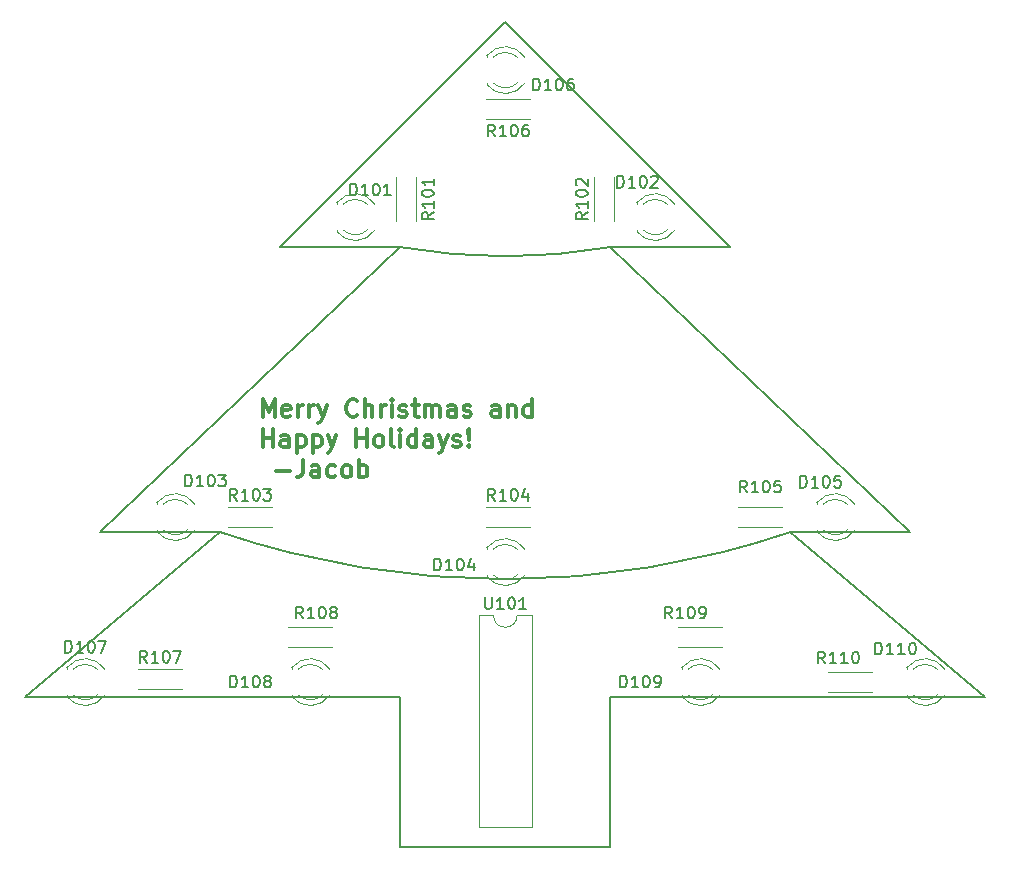
<source format=gbr>
G04 #@! TF.GenerationSoftware,KiCad,Pcbnew,(5.0.0)*
G04 #@! TF.CreationDate,2018-12-05T15:31:39-05:00*
G04 #@! TF.ProjectId,Christmas Ornament,4368726973746D6173204F726E616D65,rev?*
G04 #@! TF.SameCoordinates,Original*
G04 #@! TF.FileFunction,Legend,Top*
G04 #@! TF.FilePolarity,Positive*
%FSLAX46Y46*%
G04 Gerber Fmt 4.6, Leading zero omitted, Abs format (unit mm)*
G04 Created by KiCad (PCBNEW (5.0.0)) date 12/05/18 15:31:39*
%MOMM*%
%LPD*%
G01*
G04 APERTURE LIST*
%ADD10C,0.300000*%
%ADD11C,0.200000*%
%ADD12C,0.120000*%
%ADD13C,0.150000*%
G04 APERTURE END LIST*
D10*
X201720142Y-115984571D02*
X201720142Y-114484571D01*
X202220142Y-115556000D01*
X202720142Y-114484571D01*
X202720142Y-115984571D01*
X204005857Y-115913142D02*
X203863000Y-115984571D01*
X203577285Y-115984571D01*
X203434428Y-115913142D01*
X203363000Y-115770285D01*
X203363000Y-115198857D01*
X203434428Y-115056000D01*
X203577285Y-114984571D01*
X203863000Y-114984571D01*
X204005857Y-115056000D01*
X204077285Y-115198857D01*
X204077285Y-115341714D01*
X203363000Y-115484571D01*
X204720142Y-115984571D02*
X204720142Y-114984571D01*
X204720142Y-115270285D02*
X204791571Y-115127428D01*
X204863000Y-115056000D01*
X205005857Y-114984571D01*
X205148714Y-114984571D01*
X205648714Y-115984571D02*
X205648714Y-114984571D01*
X205648714Y-115270285D02*
X205720142Y-115127428D01*
X205791571Y-115056000D01*
X205934428Y-114984571D01*
X206077285Y-114984571D01*
X206434428Y-114984571D02*
X206791571Y-115984571D01*
X207148714Y-114984571D02*
X206791571Y-115984571D01*
X206648714Y-116341714D01*
X206577285Y-116413142D01*
X206434428Y-116484571D01*
X209720142Y-115841714D02*
X209648714Y-115913142D01*
X209434428Y-115984571D01*
X209291571Y-115984571D01*
X209077285Y-115913142D01*
X208934428Y-115770285D01*
X208863000Y-115627428D01*
X208791571Y-115341714D01*
X208791571Y-115127428D01*
X208863000Y-114841714D01*
X208934428Y-114698857D01*
X209077285Y-114556000D01*
X209291571Y-114484571D01*
X209434428Y-114484571D01*
X209648714Y-114556000D01*
X209720142Y-114627428D01*
X210363000Y-115984571D02*
X210363000Y-114484571D01*
X211005857Y-115984571D02*
X211005857Y-115198857D01*
X210934428Y-115056000D01*
X210791571Y-114984571D01*
X210577285Y-114984571D01*
X210434428Y-115056000D01*
X210363000Y-115127428D01*
X211720142Y-115984571D02*
X211720142Y-114984571D01*
X211720142Y-115270285D02*
X211791571Y-115127428D01*
X211863000Y-115056000D01*
X212005857Y-114984571D01*
X212148714Y-114984571D01*
X212648714Y-115984571D02*
X212648714Y-114984571D01*
X212648714Y-114484571D02*
X212577285Y-114556000D01*
X212648714Y-114627428D01*
X212720142Y-114556000D01*
X212648714Y-114484571D01*
X212648714Y-114627428D01*
X213291571Y-115913142D02*
X213434428Y-115984571D01*
X213720142Y-115984571D01*
X213863000Y-115913142D01*
X213934428Y-115770285D01*
X213934428Y-115698857D01*
X213863000Y-115556000D01*
X213720142Y-115484571D01*
X213505857Y-115484571D01*
X213363000Y-115413142D01*
X213291571Y-115270285D01*
X213291571Y-115198857D01*
X213363000Y-115056000D01*
X213505857Y-114984571D01*
X213720142Y-114984571D01*
X213863000Y-115056000D01*
X214363000Y-114984571D02*
X214934428Y-114984571D01*
X214577285Y-114484571D02*
X214577285Y-115770285D01*
X214648714Y-115913142D01*
X214791571Y-115984571D01*
X214934428Y-115984571D01*
X215434428Y-115984571D02*
X215434428Y-114984571D01*
X215434428Y-115127428D02*
X215505857Y-115056000D01*
X215648714Y-114984571D01*
X215863000Y-114984571D01*
X216005857Y-115056000D01*
X216077285Y-115198857D01*
X216077285Y-115984571D01*
X216077285Y-115198857D02*
X216148714Y-115056000D01*
X216291571Y-114984571D01*
X216505857Y-114984571D01*
X216648714Y-115056000D01*
X216720142Y-115198857D01*
X216720142Y-115984571D01*
X218077285Y-115984571D02*
X218077285Y-115198857D01*
X218005857Y-115056000D01*
X217863000Y-114984571D01*
X217577285Y-114984571D01*
X217434428Y-115056000D01*
X218077285Y-115913142D02*
X217934428Y-115984571D01*
X217577285Y-115984571D01*
X217434428Y-115913142D01*
X217363000Y-115770285D01*
X217363000Y-115627428D01*
X217434428Y-115484571D01*
X217577285Y-115413142D01*
X217934428Y-115413142D01*
X218077285Y-115341714D01*
X218720142Y-115913142D02*
X218863000Y-115984571D01*
X219148714Y-115984571D01*
X219291571Y-115913142D01*
X219363000Y-115770285D01*
X219363000Y-115698857D01*
X219291571Y-115556000D01*
X219148714Y-115484571D01*
X218934428Y-115484571D01*
X218791571Y-115413142D01*
X218720142Y-115270285D01*
X218720142Y-115198857D01*
X218791571Y-115056000D01*
X218934428Y-114984571D01*
X219148714Y-114984571D01*
X219291571Y-115056000D01*
X221791571Y-115984571D02*
X221791571Y-115198857D01*
X221720142Y-115056000D01*
X221577285Y-114984571D01*
X221291571Y-114984571D01*
X221148714Y-115056000D01*
X221791571Y-115913142D02*
X221648714Y-115984571D01*
X221291571Y-115984571D01*
X221148714Y-115913142D01*
X221077285Y-115770285D01*
X221077285Y-115627428D01*
X221148714Y-115484571D01*
X221291571Y-115413142D01*
X221648714Y-115413142D01*
X221791571Y-115341714D01*
X222505857Y-114984571D02*
X222505857Y-115984571D01*
X222505857Y-115127428D02*
X222577285Y-115056000D01*
X222720142Y-114984571D01*
X222934428Y-114984571D01*
X223077285Y-115056000D01*
X223148714Y-115198857D01*
X223148714Y-115984571D01*
X224505857Y-115984571D02*
X224505857Y-114484571D01*
X224505857Y-115913142D02*
X224363000Y-115984571D01*
X224077285Y-115984571D01*
X223934428Y-115913142D01*
X223863000Y-115841714D01*
X223791571Y-115698857D01*
X223791571Y-115270285D01*
X223863000Y-115127428D01*
X223934428Y-115056000D01*
X224077285Y-114984571D01*
X224363000Y-114984571D01*
X224505857Y-115056000D01*
X201720142Y-118534571D02*
X201720142Y-117034571D01*
X201720142Y-117748857D02*
X202577285Y-117748857D01*
X202577285Y-118534571D02*
X202577285Y-117034571D01*
X203934428Y-118534571D02*
X203934428Y-117748857D01*
X203863000Y-117606000D01*
X203720142Y-117534571D01*
X203434428Y-117534571D01*
X203291571Y-117606000D01*
X203934428Y-118463142D02*
X203791571Y-118534571D01*
X203434428Y-118534571D01*
X203291571Y-118463142D01*
X203220142Y-118320285D01*
X203220142Y-118177428D01*
X203291571Y-118034571D01*
X203434428Y-117963142D01*
X203791571Y-117963142D01*
X203934428Y-117891714D01*
X204648714Y-117534571D02*
X204648714Y-119034571D01*
X204648714Y-117606000D02*
X204791571Y-117534571D01*
X205077285Y-117534571D01*
X205220142Y-117606000D01*
X205291571Y-117677428D01*
X205363000Y-117820285D01*
X205363000Y-118248857D01*
X205291571Y-118391714D01*
X205220142Y-118463142D01*
X205077285Y-118534571D01*
X204791571Y-118534571D01*
X204648714Y-118463142D01*
X206005857Y-117534571D02*
X206005857Y-119034571D01*
X206005857Y-117606000D02*
X206148714Y-117534571D01*
X206434428Y-117534571D01*
X206577285Y-117606000D01*
X206648714Y-117677428D01*
X206720142Y-117820285D01*
X206720142Y-118248857D01*
X206648714Y-118391714D01*
X206577285Y-118463142D01*
X206434428Y-118534571D01*
X206148714Y-118534571D01*
X206005857Y-118463142D01*
X207220142Y-117534571D02*
X207577285Y-118534571D01*
X207934428Y-117534571D02*
X207577285Y-118534571D01*
X207434428Y-118891714D01*
X207363000Y-118963142D01*
X207220142Y-119034571D01*
X209648714Y-118534571D02*
X209648714Y-117034571D01*
X209648714Y-117748857D02*
X210505857Y-117748857D01*
X210505857Y-118534571D02*
X210505857Y-117034571D01*
X211434428Y-118534571D02*
X211291571Y-118463142D01*
X211220142Y-118391714D01*
X211148714Y-118248857D01*
X211148714Y-117820285D01*
X211220142Y-117677428D01*
X211291571Y-117606000D01*
X211434428Y-117534571D01*
X211648714Y-117534571D01*
X211791571Y-117606000D01*
X211863000Y-117677428D01*
X211934428Y-117820285D01*
X211934428Y-118248857D01*
X211863000Y-118391714D01*
X211791571Y-118463142D01*
X211648714Y-118534571D01*
X211434428Y-118534571D01*
X212791571Y-118534571D02*
X212648714Y-118463142D01*
X212577285Y-118320285D01*
X212577285Y-117034571D01*
X213363000Y-118534571D02*
X213363000Y-117534571D01*
X213363000Y-117034571D02*
X213291571Y-117106000D01*
X213363000Y-117177428D01*
X213434428Y-117106000D01*
X213363000Y-117034571D01*
X213363000Y-117177428D01*
X214720142Y-118534571D02*
X214720142Y-117034571D01*
X214720142Y-118463142D02*
X214577285Y-118534571D01*
X214291571Y-118534571D01*
X214148714Y-118463142D01*
X214077285Y-118391714D01*
X214005857Y-118248857D01*
X214005857Y-117820285D01*
X214077285Y-117677428D01*
X214148714Y-117606000D01*
X214291571Y-117534571D01*
X214577285Y-117534571D01*
X214720142Y-117606000D01*
X216077285Y-118534571D02*
X216077285Y-117748857D01*
X216005857Y-117606000D01*
X215863000Y-117534571D01*
X215577285Y-117534571D01*
X215434428Y-117606000D01*
X216077285Y-118463142D02*
X215934428Y-118534571D01*
X215577285Y-118534571D01*
X215434428Y-118463142D01*
X215363000Y-118320285D01*
X215363000Y-118177428D01*
X215434428Y-118034571D01*
X215577285Y-117963142D01*
X215934428Y-117963142D01*
X216077285Y-117891714D01*
X216648714Y-117534571D02*
X217005857Y-118534571D01*
X217363000Y-117534571D02*
X217005857Y-118534571D01*
X216863000Y-118891714D01*
X216791571Y-118963142D01*
X216648714Y-119034571D01*
X217863000Y-118463142D02*
X218005857Y-118534571D01*
X218291571Y-118534571D01*
X218434428Y-118463142D01*
X218505857Y-118320285D01*
X218505857Y-118248857D01*
X218434428Y-118106000D01*
X218291571Y-118034571D01*
X218077285Y-118034571D01*
X217934428Y-117963142D01*
X217863000Y-117820285D01*
X217863000Y-117748857D01*
X217934428Y-117606000D01*
X218077285Y-117534571D01*
X218291571Y-117534571D01*
X218434428Y-117606000D01*
X219148714Y-118391714D02*
X219220142Y-118463142D01*
X219148714Y-118534571D01*
X219077285Y-118463142D01*
X219148714Y-118391714D01*
X219148714Y-118534571D01*
X219148714Y-117963142D02*
X219077285Y-117106000D01*
X219148714Y-117034571D01*
X219220142Y-117106000D01*
X219148714Y-117963142D01*
X219148714Y-117034571D01*
X202863000Y-120513142D02*
X204005857Y-120513142D01*
X205148714Y-119584571D02*
X205148714Y-120656000D01*
X205077285Y-120870285D01*
X204934428Y-121013142D01*
X204720142Y-121084571D01*
X204577285Y-121084571D01*
X206505857Y-121084571D02*
X206505857Y-120298857D01*
X206434428Y-120156000D01*
X206291571Y-120084571D01*
X206005857Y-120084571D01*
X205863000Y-120156000D01*
X206505857Y-121013142D02*
X206363000Y-121084571D01*
X206005857Y-121084571D01*
X205863000Y-121013142D01*
X205791571Y-120870285D01*
X205791571Y-120727428D01*
X205863000Y-120584571D01*
X206005857Y-120513142D01*
X206363000Y-120513142D01*
X206505857Y-120441714D01*
X207863000Y-121013142D02*
X207720142Y-121084571D01*
X207434428Y-121084571D01*
X207291571Y-121013142D01*
X207220142Y-120941714D01*
X207148714Y-120798857D01*
X207148714Y-120370285D01*
X207220142Y-120227428D01*
X207291571Y-120156000D01*
X207434428Y-120084571D01*
X207720142Y-120084571D01*
X207863000Y-120156000D01*
X208720142Y-121084571D02*
X208577285Y-121013142D01*
X208505857Y-120941714D01*
X208434428Y-120798857D01*
X208434428Y-120370285D01*
X208505857Y-120227428D01*
X208577285Y-120156000D01*
X208720142Y-120084571D01*
X208934428Y-120084571D01*
X209077285Y-120156000D01*
X209148714Y-120227428D01*
X209220142Y-120370285D01*
X209220142Y-120798857D01*
X209148714Y-120941714D01*
X209077285Y-121013142D01*
X208934428Y-121084571D01*
X208720142Y-121084571D01*
X209863000Y-121084571D02*
X209863000Y-119584571D01*
X209863000Y-120156000D02*
X210005857Y-120084571D01*
X210291571Y-120084571D01*
X210434428Y-120156000D01*
X210505857Y-120227428D01*
X210577285Y-120370285D01*
X210577285Y-120798857D01*
X210505857Y-120941714D01*
X210434428Y-121013142D01*
X210291571Y-121084571D01*
X210005857Y-121084571D01*
X209863000Y-121013142D01*
D11*
X231140001Y-101599999D02*
G75*
G02X213360001Y-101599999I-8890001J50799999D01*
G01*
X246380000Y-125729999D02*
G75*
G02X198120001Y-125729999I-24130000J71119999D01*
G01*
X241300000Y-101600000D02*
X222250000Y-82550000D01*
X231140000Y-101600000D02*
X241300000Y-101600000D01*
X256540000Y-125730000D02*
X231140000Y-101600000D01*
X246380000Y-125730000D02*
X256540000Y-125730000D01*
X262890000Y-139700000D02*
X246380000Y-125730000D01*
X231140000Y-139700000D02*
X262890000Y-139700000D01*
X231140000Y-139700000D02*
X231140000Y-152400000D01*
X181610000Y-139700000D02*
X213360000Y-139700000D01*
X198120000Y-125730000D02*
X181610000Y-139700000D01*
X187960000Y-125730000D02*
X198120000Y-125730000D01*
X213360000Y-101600000D02*
X187960000Y-125730000D01*
X203200000Y-101600000D02*
X213360000Y-101600000D01*
X222250000Y-82550000D02*
X203200000Y-101600000D01*
X213360000Y-152400000D02*
X231140000Y-152400000D01*
X213360000Y-139700000D02*
X213360000Y-152400000D01*
D12*
G04 #@! TO.C,U101*
X224500000Y-132782000D02*
X223250000Y-132782000D01*
X224500000Y-150682000D02*
X224500000Y-132782000D01*
X220000000Y-150682000D02*
X224500000Y-150682000D01*
X220000000Y-132782000D02*
X220000000Y-150682000D01*
X221250000Y-132782000D02*
X220000000Y-132782000D01*
X223250000Y-132782000D02*
G75*
G02X221250000Y-132782000I-1000000J0D01*
G01*
G04 #@! TO.C,D101*
X207990000Y-100140000D02*
X207990000Y-100296000D01*
X207990000Y-97824000D02*
X207990000Y-97980000D01*
X210591130Y-100139837D02*
G75*
G02X208509039Y-100140000I-1041130J1079837D01*
G01*
X210591130Y-97980163D02*
G75*
G03X208509039Y-97980000I-1041130J-1079837D01*
G01*
X211222335Y-100138608D02*
G75*
G02X207990000Y-100295516I-1672335J1078608D01*
G01*
X211222335Y-97981392D02*
G75*
G03X207990000Y-97824484I-1672335J-1078608D01*
G01*
G04 #@! TO.C,D103*
X195982335Y-123381392D02*
G75*
G03X192750000Y-123224484I-1672335J-1078608D01*
G01*
X195982335Y-125538608D02*
G75*
G02X192750000Y-125695516I-1672335J1078608D01*
G01*
X195351130Y-123380163D02*
G75*
G03X193269039Y-123380000I-1041130J-1079837D01*
G01*
X195351130Y-125539837D02*
G75*
G02X193269039Y-125540000I-1041130J1079837D01*
G01*
X192750000Y-123224000D02*
X192750000Y-123380000D01*
X192750000Y-125540000D02*
X192750000Y-125696000D01*
G04 #@! TO.C,D104*
X220690000Y-129350000D02*
X220690000Y-129506000D01*
X220690000Y-127034000D02*
X220690000Y-127190000D01*
X223291130Y-129349837D02*
G75*
G02X221209039Y-129350000I-1041130J1079837D01*
G01*
X223291130Y-127190163D02*
G75*
G03X221209039Y-127190000I-1041130J-1079837D01*
G01*
X223922335Y-129348608D02*
G75*
G02X220690000Y-129505516I-1672335J1078608D01*
G01*
X223922335Y-127191392D02*
G75*
G03X220690000Y-127034484I-1672335J-1078608D01*
G01*
G04 #@! TO.C,D105*
X251862335Y-123381392D02*
G75*
G03X248630000Y-123224484I-1672335J-1078608D01*
G01*
X251862335Y-125538608D02*
G75*
G02X248630000Y-125695516I-1672335J1078608D01*
G01*
X251231130Y-123380163D02*
G75*
G03X249149039Y-123380000I-1041130J-1079837D01*
G01*
X251231130Y-125539837D02*
G75*
G02X249149039Y-125540000I-1041130J1079837D01*
G01*
X248630000Y-123224000D02*
X248630000Y-123380000D01*
X248630000Y-125540000D02*
X248630000Y-125696000D01*
G04 #@! TO.C,D106*
X220690000Y-87694000D02*
X220690000Y-87850000D01*
X220690000Y-85378000D02*
X220690000Y-85534000D01*
X223291130Y-87693837D02*
G75*
G02X221209039Y-87694000I-1041130J1079837D01*
G01*
X223291130Y-85534163D02*
G75*
G03X221209039Y-85534000I-1041130J-1079837D01*
G01*
X223922335Y-87692608D02*
G75*
G02X220690000Y-87849516I-1672335J1078608D01*
G01*
X223922335Y-85535392D02*
G75*
G03X220690000Y-85378484I-1672335J-1078608D01*
G01*
G04 #@! TO.C,D107*
X188362335Y-137351392D02*
G75*
G03X185130000Y-137194484I-1672335J-1078608D01*
G01*
X188362335Y-139508608D02*
G75*
G02X185130000Y-139665516I-1672335J1078608D01*
G01*
X187731130Y-137350163D02*
G75*
G03X185649039Y-137350000I-1041130J-1079837D01*
G01*
X187731130Y-139509837D02*
G75*
G02X185649039Y-139510000I-1041130J1079837D01*
G01*
X185130000Y-137194000D02*
X185130000Y-137350000D01*
X185130000Y-139510000D02*
X185130000Y-139666000D01*
G04 #@! TO.C,D108*
X204180000Y-139510000D02*
X204180000Y-139666000D01*
X204180000Y-137194000D02*
X204180000Y-137350000D01*
X206781130Y-139509837D02*
G75*
G02X204699039Y-139510000I-1041130J1079837D01*
G01*
X206781130Y-137350163D02*
G75*
G03X204699039Y-137350000I-1041130J-1079837D01*
G01*
X207412335Y-139508608D02*
G75*
G02X204180000Y-139665516I-1672335J1078608D01*
G01*
X207412335Y-137351392D02*
G75*
G03X204180000Y-137194484I-1672335J-1078608D01*
G01*
G04 #@! TO.C,D109*
X240432335Y-137351392D02*
G75*
G03X237200000Y-137194484I-1672335J-1078608D01*
G01*
X240432335Y-139508608D02*
G75*
G02X237200000Y-139665516I-1672335J1078608D01*
G01*
X239801130Y-137350163D02*
G75*
G03X237719039Y-137350000I-1041130J-1079837D01*
G01*
X239801130Y-139509837D02*
G75*
G02X237719039Y-139510000I-1041130J1079837D01*
G01*
X237200000Y-137194000D02*
X237200000Y-137350000D01*
X237200000Y-139510000D02*
X237200000Y-139666000D01*
G04 #@! TO.C,D110*
X256250000Y-139510000D02*
X256250000Y-139666000D01*
X256250000Y-137194000D02*
X256250000Y-137350000D01*
X258851130Y-139509837D02*
G75*
G02X256769039Y-139510000I-1041130J1079837D01*
G01*
X258851130Y-137350163D02*
G75*
G03X256769039Y-137350000I-1041130J-1079837D01*
G01*
X259482335Y-139508608D02*
G75*
G02X256250000Y-139665516I-1672335J1078608D01*
G01*
X259482335Y-137351392D02*
G75*
G03X256250000Y-137194484I-1672335J-1078608D01*
G01*
G04 #@! TO.C,D102*
X233390000Y-100140000D02*
X233390000Y-100296000D01*
X233390000Y-97824000D02*
X233390000Y-97980000D01*
X235991130Y-100139837D02*
G75*
G02X233909039Y-100140000I-1041130J1079837D01*
G01*
X235991130Y-97980163D02*
G75*
G03X233909039Y-97980000I-1041130J-1079837D01*
G01*
X236622335Y-100138608D02*
G75*
G02X233390000Y-100295516I-1672335J1078608D01*
G01*
X236622335Y-97981392D02*
G75*
G03X233390000Y-97824484I-1672335J-1078608D01*
G01*
G04 #@! TO.C,R101*
X213008000Y-95676000D02*
X213008000Y-99396000D01*
X214728000Y-95676000D02*
X214728000Y-99396000D01*
G04 #@! TO.C,R102*
X229772000Y-99396000D02*
X229772000Y-95676000D01*
X231492000Y-99396000D02*
X231492000Y-95676000D01*
G04 #@! TO.C,R103*
X198800000Y-125320000D02*
X202520000Y-125320000D01*
X198800000Y-123600000D02*
X202520000Y-123600000D01*
G04 #@! TO.C,R104*
X220644000Y-123600000D02*
X224364000Y-123600000D01*
X220644000Y-125320000D02*
X224364000Y-125320000D01*
G04 #@! TO.C,R105*
X245700000Y-123600000D02*
X241980000Y-123600000D01*
X245700000Y-125320000D02*
X241980000Y-125320000D01*
G04 #@! TO.C,R106*
X224364000Y-90776000D02*
X220644000Y-90776000D01*
X224364000Y-89056000D02*
X220644000Y-89056000D01*
G04 #@! TO.C,R107*
X191180000Y-139036000D02*
X194900000Y-139036000D01*
X191180000Y-137316000D02*
X194900000Y-137316000D01*
G04 #@! TO.C,R108*
X203880000Y-133760000D02*
X207600000Y-133760000D01*
X203880000Y-135480000D02*
X207600000Y-135480000D01*
G04 #@! TO.C,R109*
X240620000Y-133760000D02*
X236900000Y-133760000D01*
X240620000Y-135480000D02*
X236900000Y-135480000D01*
G04 #@! TO.C,R110*
X253320000Y-139290000D02*
X249600000Y-139290000D01*
X253320000Y-137570000D02*
X249600000Y-137570000D01*
G04 #@! TO.C,U101*
D13*
X220535714Y-131234380D02*
X220535714Y-132043904D01*
X220583333Y-132139142D01*
X220630952Y-132186761D01*
X220726190Y-132234380D01*
X220916666Y-132234380D01*
X221011904Y-132186761D01*
X221059523Y-132139142D01*
X221107142Y-132043904D01*
X221107142Y-131234380D01*
X222107142Y-132234380D02*
X221535714Y-132234380D01*
X221821428Y-132234380D02*
X221821428Y-131234380D01*
X221726190Y-131377238D01*
X221630952Y-131472476D01*
X221535714Y-131520095D01*
X222726190Y-131234380D02*
X222821428Y-131234380D01*
X222916666Y-131282000D01*
X222964285Y-131329619D01*
X223011904Y-131424857D01*
X223059523Y-131615333D01*
X223059523Y-131853428D01*
X223011904Y-132043904D01*
X222964285Y-132139142D01*
X222916666Y-132186761D01*
X222821428Y-132234380D01*
X222726190Y-132234380D01*
X222630952Y-132186761D01*
X222583333Y-132139142D01*
X222535714Y-132043904D01*
X222488095Y-131853428D01*
X222488095Y-131615333D01*
X222535714Y-131424857D01*
X222583333Y-131329619D01*
X222630952Y-131282000D01*
X222726190Y-131234380D01*
X224011904Y-132234380D02*
X223440476Y-132234380D01*
X223726190Y-132234380D02*
X223726190Y-131234380D01*
X223630952Y-131377238D01*
X223535714Y-131472476D01*
X223440476Y-131520095D01*
G04 #@! TO.C,D101*
X209129523Y-97226380D02*
X209129523Y-96226380D01*
X209367619Y-96226380D01*
X209510476Y-96274000D01*
X209605714Y-96369238D01*
X209653333Y-96464476D01*
X209700952Y-96654952D01*
X209700952Y-96797809D01*
X209653333Y-96988285D01*
X209605714Y-97083523D01*
X209510476Y-97178761D01*
X209367619Y-97226380D01*
X209129523Y-97226380D01*
X210653333Y-97226380D02*
X210081904Y-97226380D01*
X210367619Y-97226380D02*
X210367619Y-96226380D01*
X210272380Y-96369238D01*
X210177142Y-96464476D01*
X210081904Y-96512095D01*
X211272380Y-96226380D02*
X211367619Y-96226380D01*
X211462857Y-96274000D01*
X211510476Y-96321619D01*
X211558095Y-96416857D01*
X211605714Y-96607333D01*
X211605714Y-96845428D01*
X211558095Y-97035904D01*
X211510476Y-97131142D01*
X211462857Y-97178761D01*
X211367619Y-97226380D01*
X211272380Y-97226380D01*
X211177142Y-97178761D01*
X211129523Y-97131142D01*
X211081904Y-97035904D01*
X211034285Y-96845428D01*
X211034285Y-96607333D01*
X211081904Y-96416857D01*
X211129523Y-96321619D01*
X211177142Y-96274000D01*
X211272380Y-96226380D01*
X212558095Y-97226380D02*
X211986666Y-97226380D01*
X212272380Y-97226380D02*
X212272380Y-96226380D01*
X212177142Y-96369238D01*
X212081904Y-96464476D01*
X211986666Y-96512095D01*
G04 #@! TO.C,D103*
X195159523Y-121864380D02*
X195159523Y-120864380D01*
X195397619Y-120864380D01*
X195540476Y-120912000D01*
X195635714Y-121007238D01*
X195683333Y-121102476D01*
X195730952Y-121292952D01*
X195730952Y-121435809D01*
X195683333Y-121626285D01*
X195635714Y-121721523D01*
X195540476Y-121816761D01*
X195397619Y-121864380D01*
X195159523Y-121864380D01*
X196683333Y-121864380D02*
X196111904Y-121864380D01*
X196397619Y-121864380D02*
X196397619Y-120864380D01*
X196302380Y-121007238D01*
X196207142Y-121102476D01*
X196111904Y-121150095D01*
X197302380Y-120864380D02*
X197397619Y-120864380D01*
X197492857Y-120912000D01*
X197540476Y-120959619D01*
X197588095Y-121054857D01*
X197635714Y-121245333D01*
X197635714Y-121483428D01*
X197588095Y-121673904D01*
X197540476Y-121769142D01*
X197492857Y-121816761D01*
X197397619Y-121864380D01*
X197302380Y-121864380D01*
X197207142Y-121816761D01*
X197159523Y-121769142D01*
X197111904Y-121673904D01*
X197064285Y-121483428D01*
X197064285Y-121245333D01*
X197111904Y-121054857D01*
X197159523Y-120959619D01*
X197207142Y-120912000D01*
X197302380Y-120864380D01*
X197969047Y-120864380D02*
X198588095Y-120864380D01*
X198254761Y-121245333D01*
X198397619Y-121245333D01*
X198492857Y-121292952D01*
X198540476Y-121340571D01*
X198588095Y-121435809D01*
X198588095Y-121673904D01*
X198540476Y-121769142D01*
X198492857Y-121816761D01*
X198397619Y-121864380D01*
X198111904Y-121864380D01*
X198016666Y-121816761D01*
X197969047Y-121769142D01*
G04 #@! TO.C,D104*
X216241523Y-128976380D02*
X216241523Y-127976380D01*
X216479619Y-127976380D01*
X216622476Y-128024000D01*
X216717714Y-128119238D01*
X216765333Y-128214476D01*
X216812952Y-128404952D01*
X216812952Y-128547809D01*
X216765333Y-128738285D01*
X216717714Y-128833523D01*
X216622476Y-128928761D01*
X216479619Y-128976380D01*
X216241523Y-128976380D01*
X217765333Y-128976380D02*
X217193904Y-128976380D01*
X217479619Y-128976380D02*
X217479619Y-127976380D01*
X217384380Y-128119238D01*
X217289142Y-128214476D01*
X217193904Y-128262095D01*
X218384380Y-127976380D02*
X218479619Y-127976380D01*
X218574857Y-128024000D01*
X218622476Y-128071619D01*
X218670095Y-128166857D01*
X218717714Y-128357333D01*
X218717714Y-128595428D01*
X218670095Y-128785904D01*
X218622476Y-128881142D01*
X218574857Y-128928761D01*
X218479619Y-128976380D01*
X218384380Y-128976380D01*
X218289142Y-128928761D01*
X218241523Y-128881142D01*
X218193904Y-128785904D01*
X218146285Y-128595428D01*
X218146285Y-128357333D01*
X218193904Y-128166857D01*
X218241523Y-128071619D01*
X218289142Y-128024000D01*
X218384380Y-127976380D01*
X219574857Y-128309714D02*
X219574857Y-128976380D01*
X219336761Y-127928761D02*
X219098666Y-128643047D01*
X219717714Y-128643047D01*
G04 #@! TO.C,D105*
X247229523Y-121952380D02*
X247229523Y-120952380D01*
X247467619Y-120952380D01*
X247610476Y-121000000D01*
X247705714Y-121095238D01*
X247753333Y-121190476D01*
X247800952Y-121380952D01*
X247800952Y-121523809D01*
X247753333Y-121714285D01*
X247705714Y-121809523D01*
X247610476Y-121904761D01*
X247467619Y-121952380D01*
X247229523Y-121952380D01*
X248753333Y-121952380D02*
X248181904Y-121952380D01*
X248467619Y-121952380D02*
X248467619Y-120952380D01*
X248372380Y-121095238D01*
X248277142Y-121190476D01*
X248181904Y-121238095D01*
X249372380Y-120952380D02*
X249467619Y-120952380D01*
X249562857Y-121000000D01*
X249610476Y-121047619D01*
X249658095Y-121142857D01*
X249705714Y-121333333D01*
X249705714Y-121571428D01*
X249658095Y-121761904D01*
X249610476Y-121857142D01*
X249562857Y-121904761D01*
X249467619Y-121952380D01*
X249372380Y-121952380D01*
X249277142Y-121904761D01*
X249229523Y-121857142D01*
X249181904Y-121761904D01*
X249134285Y-121571428D01*
X249134285Y-121333333D01*
X249181904Y-121142857D01*
X249229523Y-121047619D01*
X249277142Y-121000000D01*
X249372380Y-120952380D01*
X250610476Y-120952380D02*
X250134285Y-120952380D01*
X250086666Y-121428571D01*
X250134285Y-121380952D01*
X250229523Y-121333333D01*
X250467619Y-121333333D01*
X250562857Y-121380952D01*
X250610476Y-121428571D01*
X250658095Y-121523809D01*
X250658095Y-121761904D01*
X250610476Y-121857142D01*
X250562857Y-121904761D01*
X250467619Y-121952380D01*
X250229523Y-121952380D01*
X250134285Y-121904761D01*
X250086666Y-121857142D01*
G04 #@! TO.C,D106*
X224623523Y-88336380D02*
X224623523Y-87336380D01*
X224861619Y-87336380D01*
X225004476Y-87384000D01*
X225099714Y-87479238D01*
X225147333Y-87574476D01*
X225194952Y-87764952D01*
X225194952Y-87907809D01*
X225147333Y-88098285D01*
X225099714Y-88193523D01*
X225004476Y-88288761D01*
X224861619Y-88336380D01*
X224623523Y-88336380D01*
X226147333Y-88336380D02*
X225575904Y-88336380D01*
X225861619Y-88336380D02*
X225861619Y-87336380D01*
X225766380Y-87479238D01*
X225671142Y-87574476D01*
X225575904Y-87622095D01*
X226766380Y-87336380D02*
X226861619Y-87336380D01*
X226956857Y-87384000D01*
X227004476Y-87431619D01*
X227052095Y-87526857D01*
X227099714Y-87717333D01*
X227099714Y-87955428D01*
X227052095Y-88145904D01*
X227004476Y-88241142D01*
X226956857Y-88288761D01*
X226861619Y-88336380D01*
X226766380Y-88336380D01*
X226671142Y-88288761D01*
X226623523Y-88241142D01*
X226575904Y-88145904D01*
X226528285Y-87955428D01*
X226528285Y-87717333D01*
X226575904Y-87526857D01*
X226623523Y-87431619D01*
X226671142Y-87384000D01*
X226766380Y-87336380D01*
X227956857Y-87336380D02*
X227766380Y-87336380D01*
X227671142Y-87384000D01*
X227623523Y-87431619D01*
X227528285Y-87574476D01*
X227480666Y-87764952D01*
X227480666Y-88145904D01*
X227528285Y-88241142D01*
X227575904Y-88288761D01*
X227671142Y-88336380D01*
X227861619Y-88336380D01*
X227956857Y-88288761D01*
X228004476Y-88241142D01*
X228052095Y-88145904D01*
X228052095Y-87907809D01*
X228004476Y-87812571D01*
X227956857Y-87764952D01*
X227861619Y-87717333D01*
X227671142Y-87717333D01*
X227575904Y-87764952D01*
X227528285Y-87812571D01*
X227480666Y-87907809D01*
G04 #@! TO.C,D107*
X184999523Y-135922380D02*
X184999523Y-134922380D01*
X185237619Y-134922380D01*
X185380476Y-134970000D01*
X185475714Y-135065238D01*
X185523333Y-135160476D01*
X185570952Y-135350952D01*
X185570952Y-135493809D01*
X185523333Y-135684285D01*
X185475714Y-135779523D01*
X185380476Y-135874761D01*
X185237619Y-135922380D01*
X184999523Y-135922380D01*
X186523333Y-135922380D02*
X185951904Y-135922380D01*
X186237619Y-135922380D02*
X186237619Y-134922380D01*
X186142380Y-135065238D01*
X186047142Y-135160476D01*
X185951904Y-135208095D01*
X187142380Y-134922380D02*
X187237619Y-134922380D01*
X187332857Y-134970000D01*
X187380476Y-135017619D01*
X187428095Y-135112857D01*
X187475714Y-135303333D01*
X187475714Y-135541428D01*
X187428095Y-135731904D01*
X187380476Y-135827142D01*
X187332857Y-135874761D01*
X187237619Y-135922380D01*
X187142380Y-135922380D01*
X187047142Y-135874761D01*
X186999523Y-135827142D01*
X186951904Y-135731904D01*
X186904285Y-135541428D01*
X186904285Y-135303333D01*
X186951904Y-135112857D01*
X186999523Y-135017619D01*
X187047142Y-134970000D01*
X187142380Y-134922380D01*
X187809047Y-134922380D02*
X188475714Y-134922380D01*
X188047142Y-135922380D01*
G04 #@! TO.C,D108*
X198969523Y-138882380D02*
X198969523Y-137882380D01*
X199207619Y-137882380D01*
X199350476Y-137930000D01*
X199445714Y-138025238D01*
X199493333Y-138120476D01*
X199540952Y-138310952D01*
X199540952Y-138453809D01*
X199493333Y-138644285D01*
X199445714Y-138739523D01*
X199350476Y-138834761D01*
X199207619Y-138882380D01*
X198969523Y-138882380D01*
X200493333Y-138882380D02*
X199921904Y-138882380D01*
X200207619Y-138882380D02*
X200207619Y-137882380D01*
X200112380Y-138025238D01*
X200017142Y-138120476D01*
X199921904Y-138168095D01*
X201112380Y-137882380D02*
X201207619Y-137882380D01*
X201302857Y-137930000D01*
X201350476Y-137977619D01*
X201398095Y-138072857D01*
X201445714Y-138263333D01*
X201445714Y-138501428D01*
X201398095Y-138691904D01*
X201350476Y-138787142D01*
X201302857Y-138834761D01*
X201207619Y-138882380D01*
X201112380Y-138882380D01*
X201017142Y-138834761D01*
X200969523Y-138787142D01*
X200921904Y-138691904D01*
X200874285Y-138501428D01*
X200874285Y-138263333D01*
X200921904Y-138072857D01*
X200969523Y-137977619D01*
X201017142Y-137930000D01*
X201112380Y-137882380D01*
X202017142Y-138310952D02*
X201921904Y-138263333D01*
X201874285Y-138215714D01*
X201826666Y-138120476D01*
X201826666Y-138072857D01*
X201874285Y-137977619D01*
X201921904Y-137930000D01*
X202017142Y-137882380D01*
X202207619Y-137882380D01*
X202302857Y-137930000D01*
X202350476Y-137977619D01*
X202398095Y-138072857D01*
X202398095Y-138120476D01*
X202350476Y-138215714D01*
X202302857Y-138263333D01*
X202207619Y-138310952D01*
X202017142Y-138310952D01*
X201921904Y-138358571D01*
X201874285Y-138406190D01*
X201826666Y-138501428D01*
X201826666Y-138691904D01*
X201874285Y-138787142D01*
X201921904Y-138834761D01*
X202017142Y-138882380D01*
X202207619Y-138882380D01*
X202302857Y-138834761D01*
X202350476Y-138787142D01*
X202398095Y-138691904D01*
X202398095Y-138501428D01*
X202350476Y-138406190D01*
X202302857Y-138358571D01*
X202207619Y-138310952D01*
G04 #@! TO.C,D109*
X231989523Y-138882380D02*
X231989523Y-137882380D01*
X232227619Y-137882380D01*
X232370476Y-137930000D01*
X232465714Y-138025238D01*
X232513333Y-138120476D01*
X232560952Y-138310952D01*
X232560952Y-138453809D01*
X232513333Y-138644285D01*
X232465714Y-138739523D01*
X232370476Y-138834761D01*
X232227619Y-138882380D01*
X231989523Y-138882380D01*
X233513333Y-138882380D02*
X232941904Y-138882380D01*
X233227619Y-138882380D02*
X233227619Y-137882380D01*
X233132380Y-138025238D01*
X233037142Y-138120476D01*
X232941904Y-138168095D01*
X234132380Y-137882380D02*
X234227619Y-137882380D01*
X234322857Y-137930000D01*
X234370476Y-137977619D01*
X234418095Y-138072857D01*
X234465714Y-138263333D01*
X234465714Y-138501428D01*
X234418095Y-138691904D01*
X234370476Y-138787142D01*
X234322857Y-138834761D01*
X234227619Y-138882380D01*
X234132380Y-138882380D01*
X234037142Y-138834761D01*
X233989523Y-138787142D01*
X233941904Y-138691904D01*
X233894285Y-138501428D01*
X233894285Y-138263333D01*
X233941904Y-138072857D01*
X233989523Y-137977619D01*
X234037142Y-137930000D01*
X234132380Y-137882380D01*
X234941904Y-138882380D02*
X235132380Y-138882380D01*
X235227619Y-138834761D01*
X235275238Y-138787142D01*
X235370476Y-138644285D01*
X235418095Y-138453809D01*
X235418095Y-138072857D01*
X235370476Y-137977619D01*
X235322857Y-137930000D01*
X235227619Y-137882380D01*
X235037142Y-137882380D01*
X234941904Y-137930000D01*
X234894285Y-137977619D01*
X234846666Y-138072857D01*
X234846666Y-138310952D01*
X234894285Y-138406190D01*
X234941904Y-138453809D01*
X235037142Y-138501428D01*
X235227619Y-138501428D01*
X235322857Y-138453809D01*
X235370476Y-138406190D01*
X235418095Y-138310952D01*
G04 #@! TO.C,D110*
X253579523Y-136088380D02*
X253579523Y-135088380D01*
X253817619Y-135088380D01*
X253960476Y-135136000D01*
X254055714Y-135231238D01*
X254103333Y-135326476D01*
X254150952Y-135516952D01*
X254150952Y-135659809D01*
X254103333Y-135850285D01*
X254055714Y-135945523D01*
X253960476Y-136040761D01*
X253817619Y-136088380D01*
X253579523Y-136088380D01*
X255103333Y-136088380D02*
X254531904Y-136088380D01*
X254817619Y-136088380D02*
X254817619Y-135088380D01*
X254722380Y-135231238D01*
X254627142Y-135326476D01*
X254531904Y-135374095D01*
X256055714Y-136088380D02*
X255484285Y-136088380D01*
X255770000Y-136088380D02*
X255770000Y-135088380D01*
X255674761Y-135231238D01*
X255579523Y-135326476D01*
X255484285Y-135374095D01*
X256674761Y-135088380D02*
X256770000Y-135088380D01*
X256865238Y-135136000D01*
X256912857Y-135183619D01*
X256960476Y-135278857D01*
X257008095Y-135469333D01*
X257008095Y-135707428D01*
X256960476Y-135897904D01*
X256912857Y-135993142D01*
X256865238Y-136040761D01*
X256770000Y-136088380D01*
X256674761Y-136088380D01*
X256579523Y-136040761D01*
X256531904Y-135993142D01*
X256484285Y-135897904D01*
X256436666Y-135707428D01*
X256436666Y-135469333D01*
X256484285Y-135278857D01*
X256531904Y-135183619D01*
X256579523Y-135136000D01*
X256674761Y-135088380D01*
G04 #@! TO.C,D102*
X231735523Y-96552380D02*
X231735523Y-95552380D01*
X231973619Y-95552380D01*
X232116476Y-95600000D01*
X232211714Y-95695238D01*
X232259333Y-95790476D01*
X232306952Y-95980952D01*
X232306952Y-96123809D01*
X232259333Y-96314285D01*
X232211714Y-96409523D01*
X232116476Y-96504761D01*
X231973619Y-96552380D01*
X231735523Y-96552380D01*
X233259333Y-96552380D02*
X232687904Y-96552380D01*
X232973619Y-96552380D02*
X232973619Y-95552380D01*
X232878380Y-95695238D01*
X232783142Y-95790476D01*
X232687904Y-95838095D01*
X233878380Y-95552380D02*
X233973619Y-95552380D01*
X234068857Y-95600000D01*
X234116476Y-95647619D01*
X234164095Y-95742857D01*
X234211714Y-95933333D01*
X234211714Y-96171428D01*
X234164095Y-96361904D01*
X234116476Y-96457142D01*
X234068857Y-96504761D01*
X233973619Y-96552380D01*
X233878380Y-96552380D01*
X233783142Y-96504761D01*
X233735523Y-96457142D01*
X233687904Y-96361904D01*
X233640285Y-96171428D01*
X233640285Y-95933333D01*
X233687904Y-95742857D01*
X233735523Y-95647619D01*
X233783142Y-95600000D01*
X233878380Y-95552380D01*
X234592666Y-95647619D02*
X234640285Y-95600000D01*
X234735523Y-95552380D01*
X234973619Y-95552380D01*
X235068857Y-95600000D01*
X235116476Y-95647619D01*
X235164095Y-95742857D01*
X235164095Y-95838095D01*
X235116476Y-95980952D01*
X234545047Y-96552380D01*
X235164095Y-96552380D01*
G04 #@! TO.C,R101*
X216180380Y-98655047D02*
X215704190Y-98988380D01*
X216180380Y-99226476D02*
X215180380Y-99226476D01*
X215180380Y-98845523D01*
X215228000Y-98750285D01*
X215275619Y-98702666D01*
X215370857Y-98655047D01*
X215513714Y-98655047D01*
X215608952Y-98702666D01*
X215656571Y-98750285D01*
X215704190Y-98845523D01*
X215704190Y-99226476D01*
X216180380Y-97702666D02*
X216180380Y-98274095D01*
X216180380Y-97988380D02*
X215180380Y-97988380D01*
X215323238Y-98083619D01*
X215418476Y-98178857D01*
X215466095Y-98274095D01*
X215180380Y-97083619D02*
X215180380Y-96988380D01*
X215228000Y-96893142D01*
X215275619Y-96845523D01*
X215370857Y-96797904D01*
X215561333Y-96750285D01*
X215799428Y-96750285D01*
X215989904Y-96797904D01*
X216085142Y-96845523D01*
X216132761Y-96893142D01*
X216180380Y-96988380D01*
X216180380Y-97083619D01*
X216132761Y-97178857D01*
X216085142Y-97226476D01*
X215989904Y-97274095D01*
X215799428Y-97321714D01*
X215561333Y-97321714D01*
X215370857Y-97274095D01*
X215275619Y-97226476D01*
X215228000Y-97178857D01*
X215180380Y-97083619D01*
X216180380Y-95797904D02*
X216180380Y-96369333D01*
X216180380Y-96083619D02*
X215180380Y-96083619D01*
X215323238Y-96178857D01*
X215418476Y-96274095D01*
X215466095Y-96369333D01*
G04 #@! TO.C,R102*
X229224380Y-98655047D02*
X228748190Y-98988380D01*
X229224380Y-99226476D02*
X228224380Y-99226476D01*
X228224380Y-98845523D01*
X228272000Y-98750285D01*
X228319619Y-98702666D01*
X228414857Y-98655047D01*
X228557714Y-98655047D01*
X228652952Y-98702666D01*
X228700571Y-98750285D01*
X228748190Y-98845523D01*
X228748190Y-99226476D01*
X229224380Y-97702666D02*
X229224380Y-98274095D01*
X229224380Y-97988380D02*
X228224380Y-97988380D01*
X228367238Y-98083619D01*
X228462476Y-98178857D01*
X228510095Y-98274095D01*
X228224380Y-97083619D02*
X228224380Y-96988380D01*
X228272000Y-96893142D01*
X228319619Y-96845523D01*
X228414857Y-96797904D01*
X228605333Y-96750285D01*
X228843428Y-96750285D01*
X229033904Y-96797904D01*
X229129142Y-96845523D01*
X229176761Y-96893142D01*
X229224380Y-96988380D01*
X229224380Y-97083619D01*
X229176761Y-97178857D01*
X229129142Y-97226476D01*
X229033904Y-97274095D01*
X228843428Y-97321714D01*
X228605333Y-97321714D01*
X228414857Y-97274095D01*
X228319619Y-97226476D01*
X228272000Y-97178857D01*
X228224380Y-97083619D01*
X228319619Y-96369333D02*
X228272000Y-96321714D01*
X228224380Y-96226476D01*
X228224380Y-95988380D01*
X228272000Y-95893142D01*
X228319619Y-95845523D01*
X228414857Y-95797904D01*
X228510095Y-95797904D01*
X228652952Y-95845523D01*
X229224380Y-96416952D01*
X229224380Y-95797904D01*
G04 #@! TO.C,R103*
X199540952Y-123052380D02*
X199207619Y-122576190D01*
X198969523Y-123052380D02*
X198969523Y-122052380D01*
X199350476Y-122052380D01*
X199445714Y-122100000D01*
X199493333Y-122147619D01*
X199540952Y-122242857D01*
X199540952Y-122385714D01*
X199493333Y-122480952D01*
X199445714Y-122528571D01*
X199350476Y-122576190D01*
X198969523Y-122576190D01*
X200493333Y-123052380D02*
X199921904Y-123052380D01*
X200207619Y-123052380D02*
X200207619Y-122052380D01*
X200112380Y-122195238D01*
X200017142Y-122290476D01*
X199921904Y-122338095D01*
X201112380Y-122052380D02*
X201207619Y-122052380D01*
X201302857Y-122100000D01*
X201350476Y-122147619D01*
X201398095Y-122242857D01*
X201445714Y-122433333D01*
X201445714Y-122671428D01*
X201398095Y-122861904D01*
X201350476Y-122957142D01*
X201302857Y-123004761D01*
X201207619Y-123052380D01*
X201112380Y-123052380D01*
X201017142Y-123004761D01*
X200969523Y-122957142D01*
X200921904Y-122861904D01*
X200874285Y-122671428D01*
X200874285Y-122433333D01*
X200921904Y-122242857D01*
X200969523Y-122147619D01*
X201017142Y-122100000D01*
X201112380Y-122052380D01*
X201779047Y-122052380D02*
X202398095Y-122052380D01*
X202064761Y-122433333D01*
X202207619Y-122433333D01*
X202302857Y-122480952D01*
X202350476Y-122528571D01*
X202398095Y-122623809D01*
X202398095Y-122861904D01*
X202350476Y-122957142D01*
X202302857Y-123004761D01*
X202207619Y-123052380D01*
X201921904Y-123052380D01*
X201826666Y-123004761D01*
X201779047Y-122957142D01*
G04 #@! TO.C,R104*
X221384952Y-123052380D02*
X221051619Y-122576190D01*
X220813523Y-123052380D02*
X220813523Y-122052380D01*
X221194476Y-122052380D01*
X221289714Y-122100000D01*
X221337333Y-122147619D01*
X221384952Y-122242857D01*
X221384952Y-122385714D01*
X221337333Y-122480952D01*
X221289714Y-122528571D01*
X221194476Y-122576190D01*
X220813523Y-122576190D01*
X222337333Y-123052380D02*
X221765904Y-123052380D01*
X222051619Y-123052380D02*
X222051619Y-122052380D01*
X221956380Y-122195238D01*
X221861142Y-122290476D01*
X221765904Y-122338095D01*
X222956380Y-122052380D02*
X223051619Y-122052380D01*
X223146857Y-122100000D01*
X223194476Y-122147619D01*
X223242095Y-122242857D01*
X223289714Y-122433333D01*
X223289714Y-122671428D01*
X223242095Y-122861904D01*
X223194476Y-122957142D01*
X223146857Y-123004761D01*
X223051619Y-123052380D01*
X222956380Y-123052380D01*
X222861142Y-123004761D01*
X222813523Y-122957142D01*
X222765904Y-122861904D01*
X222718285Y-122671428D01*
X222718285Y-122433333D01*
X222765904Y-122242857D01*
X222813523Y-122147619D01*
X222861142Y-122100000D01*
X222956380Y-122052380D01*
X224146857Y-122385714D02*
X224146857Y-123052380D01*
X223908761Y-122004761D02*
X223670666Y-122719047D01*
X224289714Y-122719047D01*
G04 #@! TO.C,R105*
X242720952Y-122372380D02*
X242387619Y-121896190D01*
X242149523Y-122372380D02*
X242149523Y-121372380D01*
X242530476Y-121372380D01*
X242625714Y-121420000D01*
X242673333Y-121467619D01*
X242720952Y-121562857D01*
X242720952Y-121705714D01*
X242673333Y-121800952D01*
X242625714Y-121848571D01*
X242530476Y-121896190D01*
X242149523Y-121896190D01*
X243673333Y-122372380D02*
X243101904Y-122372380D01*
X243387619Y-122372380D02*
X243387619Y-121372380D01*
X243292380Y-121515238D01*
X243197142Y-121610476D01*
X243101904Y-121658095D01*
X244292380Y-121372380D02*
X244387619Y-121372380D01*
X244482857Y-121420000D01*
X244530476Y-121467619D01*
X244578095Y-121562857D01*
X244625714Y-121753333D01*
X244625714Y-121991428D01*
X244578095Y-122181904D01*
X244530476Y-122277142D01*
X244482857Y-122324761D01*
X244387619Y-122372380D01*
X244292380Y-122372380D01*
X244197142Y-122324761D01*
X244149523Y-122277142D01*
X244101904Y-122181904D01*
X244054285Y-121991428D01*
X244054285Y-121753333D01*
X244101904Y-121562857D01*
X244149523Y-121467619D01*
X244197142Y-121420000D01*
X244292380Y-121372380D01*
X245530476Y-121372380D02*
X245054285Y-121372380D01*
X245006666Y-121848571D01*
X245054285Y-121800952D01*
X245149523Y-121753333D01*
X245387619Y-121753333D01*
X245482857Y-121800952D01*
X245530476Y-121848571D01*
X245578095Y-121943809D01*
X245578095Y-122181904D01*
X245530476Y-122277142D01*
X245482857Y-122324761D01*
X245387619Y-122372380D01*
X245149523Y-122372380D01*
X245054285Y-122324761D01*
X245006666Y-122277142D01*
G04 #@! TO.C,R106*
X221384952Y-92228380D02*
X221051619Y-91752190D01*
X220813523Y-92228380D02*
X220813523Y-91228380D01*
X221194476Y-91228380D01*
X221289714Y-91276000D01*
X221337333Y-91323619D01*
X221384952Y-91418857D01*
X221384952Y-91561714D01*
X221337333Y-91656952D01*
X221289714Y-91704571D01*
X221194476Y-91752190D01*
X220813523Y-91752190D01*
X222337333Y-92228380D02*
X221765904Y-92228380D01*
X222051619Y-92228380D02*
X222051619Y-91228380D01*
X221956380Y-91371238D01*
X221861142Y-91466476D01*
X221765904Y-91514095D01*
X222956380Y-91228380D02*
X223051619Y-91228380D01*
X223146857Y-91276000D01*
X223194476Y-91323619D01*
X223242095Y-91418857D01*
X223289714Y-91609333D01*
X223289714Y-91847428D01*
X223242095Y-92037904D01*
X223194476Y-92133142D01*
X223146857Y-92180761D01*
X223051619Y-92228380D01*
X222956380Y-92228380D01*
X222861142Y-92180761D01*
X222813523Y-92133142D01*
X222765904Y-92037904D01*
X222718285Y-91847428D01*
X222718285Y-91609333D01*
X222765904Y-91418857D01*
X222813523Y-91323619D01*
X222861142Y-91276000D01*
X222956380Y-91228380D01*
X224146857Y-91228380D02*
X223956380Y-91228380D01*
X223861142Y-91276000D01*
X223813523Y-91323619D01*
X223718285Y-91466476D01*
X223670666Y-91656952D01*
X223670666Y-92037904D01*
X223718285Y-92133142D01*
X223765904Y-92180761D01*
X223861142Y-92228380D01*
X224051619Y-92228380D01*
X224146857Y-92180761D01*
X224194476Y-92133142D01*
X224242095Y-92037904D01*
X224242095Y-91799809D01*
X224194476Y-91704571D01*
X224146857Y-91656952D01*
X224051619Y-91609333D01*
X223861142Y-91609333D01*
X223765904Y-91656952D01*
X223718285Y-91704571D01*
X223670666Y-91799809D01*
G04 #@! TO.C,R107*
X191920952Y-136768380D02*
X191587619Y-136292190D01*
X191349523Y-136768380D02*
X191349523Y-135768380D01*
X191730476Y-135768380D01*
X191825714Y-135816000D01*
X191873333Y-135863619D01*
X191920952Y-135958857D01*
X191920952Y-136101714D01*
X191873333Y-136196952D01*
X191825714Y-136244571D01*
X191730476Y-136292190D01*
X191349523Y-136292190D01*
X192873333Y-136768380D02*
X192301904Y-136768380D01*
X192587619Y-136768380D02*
X192587619Y-135768380D01*
X192492380Y-135911238D01*
X192397142Y-136006476D01*
X192301904Y-136054095D01*
X193492380Y-135768380D02*
X193587619Y-135768380D01*
X193682857Y-135816000D01*
X193730476Y-135863619D01*
X193778095Y-135958857D01*
X193825714Y-136149333D01*
X193825714Y-136387428D01*
X193778095Y-136577904D01*
X193730476Y-136673142D01*
X193682857Y-136720761D01*
X193587619Y-136768380D01*
X193492380Y-136768380D01*
X193397142Y-136720761D01*
X193349523Y-136673142D01*
X193301904Y-136577904D01*
X193254285Y-136387428D01*
X193254285Y-136149333D01*
X193301904Y-135958857D01*
X193349523Y-135863619D01*
X193397142Y-135816000D01*
X193492380Y-135768380D01*
X194159047Y-135768380D02*
X194825714Y-135768380D01*
X194397142Y-136768380D01*
G04 #@! TO.C,R108*
X205128952Y-133040380D02*
X204795619Y-132564190D01*
X204557523Y-133040380D02*
X204557523Y-132040380D01*
X204938476Y-132040380D01*
X205033714Y-132088000D01*
X205081333Y-132135619D01*
X205128952Y-132230857D01*
X205128952Y-132373714D01*
X205081333Y-132468952D01*
X205033714Y-132516571D01*
X204938476Y-132564190D01*
X204557523Y-132564190D01*
X206081333Y-133040380D02*
X205509904Y-133040380D01*
X205795619Y-133040380D02*
X205795619Y-132040380D01*
X205700380Y-132183238D01*
X205605142Y-132278476D01*
X205509904Y-132326095D01*
X206700380Y-132040380D02*
X206795619Y-132040380D01*
X206890857Y-132088000D01*
X206938476Y-132135619D01*
X206986095Y-132230857D01*
X207033714Y-132421333D01*
X207033714Y-132659428D01*
X206986095Y-132849904D01*
X206938476Y-132945142D01*
X206890857Y-132992761D01*
X206795619Y-133040380D01*
X206700380Y-133040380D01*
X206605142Y-132992761D01*
X206557523Y-132945142D01*
X206509904Y-132849904D01*
X206462285Y-132659428D01*
X206462285Y-132421333D01*
X206509904Y-132230857D01*
X206557523Y-132135619D01*
X206605142Y-132088000D01*
X206700380Y-132040380D01*
X207605142Y-132468952D02*
X207509904Y-132421333D01*
X207462285Y-132373714D01*
X207414666Y-132278476D01*
X207414666Y-132230857D01*
X207462285Y-132135619D01*
X207509904Y-132088000D01*
X207605142Y-132040380D01*
X207795619Y-132040380D01*
X207890857Y-132088000D01*
X207938476Y-132135619D01*
X207986095Y-132230857D01*
X207986095Y-132278476D01*
X207938476Y-132373714D01*
X207890857Y-132421333D01*
X207795619Y-132468952D01*
X207605142Y-132468952D01*
X207509904Y-132516571D01*
X207462285Y-132564190D01*
X207414666Y-132659428D01*
X207414666Y-132849904D01*
X207462285Y-132945142D01*
X207509904Y-132992761D01*
X207605142Y-133040380D01*
X207795619Y-133040380D01*
X207890857Y-132992761D01*
X207938476Y-132945142D01*
X207986095Y-132849904D01*
X207986095Y-132659428D01*
X207938476Y-132564190D01*
X207890857Y-132516571D01*
X207795619Y-132468952D01*
G04 #@! TO.C,R109*
X236370952Y-133040380D02*
X236037619Y-132564190D01*
X235799523Y-133040380D02*
X235799523Y-132040380D01*
X236180476Y-132040380D01*
X236275714Y-132088000D01*
X236323333Y-132135619D01*
X236370952Y-132230857D01*
X236370952Y-132373714D01*
X236323333Y-132468952D01*
X236275714Y-132516571D01*
X236180476Y-132564190D01*
X235799523Y-132564190D01*
X237323333Y-133040380D02*
X236751904Y-133040380D01*
X237037619Y-133040380D02*
X237037619Y-132040380D01*
X236942380Y-132183238D01*
X236847142Y-132278476D01*
X236751904Y-132326095D01*
X237942380Y-132040380D02*
X238037619Y-132040380D01*
X238132857Y-132088000D01*
X238180476Y-132135619D01*
X238228095Y-132230857D01*
X238275714Y-132421333D01*
X238275714Y-132659428D01*
X238228095Y-132849904D01*
X238180476Y-132945142D01*
X238132857Y-132992761D01*
X238037619Y-133040380D01*
X237942380Y-133040380D01*
X237847142Y-132992761D01*
X237799523Y-132945142D01*
X237751904Y-132849904D01*
X237704285Y-132659428D01*
X237704285Y-132421333D01*
X237751904Y-132230857D01*
X237799523Y-132135619D01*
X237847142Y-132088000D01*
X237942380Y-132040380D01*
X238751904Y-133040380D02*
X238942380Y-133040380D01*
X239037619Y-132992761D01*
X239085238Y-132945142D01*
X239180476Y-132802285D01*
X239228095Y-132611809D01*
X239228095Y-132230857D01*
X239180476Y-132135619D01*
X239132857Y-132088000D01*
X239037619Y-132040380D01*
X238847142Y-132040380D01*
X238751904Y-132088000D01*
X238704285Y-132135619D01*
X238656666Y-132230857D01*
X238656666Y-132468952D01*
X238704285Y-132564190D01*
X238751904Y-132611809D01*
X238847142Y-132659428D01*
X239037619Y-132659428D01*
X239132857Y-132611809D01*
X239180476Y-132564190D01*
X239228095Y-132468952D01*
G04 #@! TO.C,R110*
X249324952Y-136850380D02*
X248991619Y-136374190D01*
X248753523Y-136850380D02*
X248753523Y-135850380D01*
X249134476Y-135850380D01*
X249229714Y-135898000D01*
X249277333Y-135945619D01*
X249324952Y-136040857D01*
X249324952Y-136183714D01*
X249277333Y-136278952D01*
X249229714Y-136326571D01*
X249134476Y-136374190D01*
X248753523Y-136374190D01*
X250277333Y-136850380D02*
X249705904Y-136850380D01*
X249991619Y-136850380D02*
X249991619Y-135850380D01*
X249896380Y-135993238D01*
X249801142Y-136088476D01*
X249705904Y-136136095D01*
X251229714Y-136850380D02*
X250658285Y-136850380D01*
X250944000Y-136850380D02*
X250944000Y-135850380D01*
X250848761Y-135993238D01*
X250753523Y-136088476D01*
X250658285Y-136136095D01*
X251848761Y-135850380D02*
X251944000Y-135850380D01*
X252039238Y-135898000D01*
X252086857Y-135945619D01*
X252134476Y-136040857D01*
X252182095Y-136231333D01*
X252182095Y-136469428D01*
X252134476Y-136659904D01*
X252086857Y-136755142D01*
X252039238Y-136802761D01*
X251944000Y-136850380D01*
X251848761Y-136850380D01*
X251753523Y-136802761D01*
X251705904Y-136755142D01*
X251658285Y-136659904D01*
X251610666Y-136469428D01*
X251610666Y-136231333D01*
X251658285Y-136040857D01*
X251705904Y-135945619D01*
X251753523Y-135898000D01*
X251848761Y-135850380D01*
G04 #@! TD*
M02*

</source>
